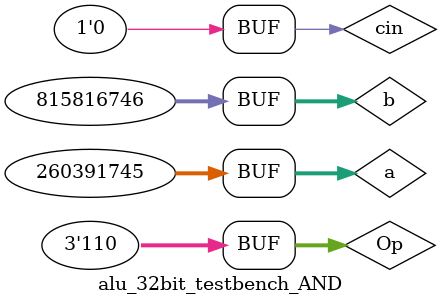
<source format=v>
`define DELAY 20
module alu_32bit_testbench_AND();


reg [31:0] a;
reg [31:0] b;
reg cin;
reg [2:0] Op;

wire [31:0] R;
wire cout, V, S;

/*
module alu_32bit(a, b, Aluop, cin, cout, R, S, V);
input [2:0] Aluop;
input [31:0] a;
input [31:0] b;
output [31:0] R;
input cin;
output cout ,S, V;
*/

alu_32bit myALU(a, b, Op, cin, cout, R, S, V);

initial begin


//AND
a = 32'b10101010101010101010101010101010; 
b = 32'b01010101010101010101010101010101; 
cin = 1'b0;
Op = 3'b110;
#`DELAY;


a = 32'b01010101010101010100000000000000; 
b = 32'b00000000101111111110101010101010; 
cin = 1'b0;
Op = 3'b110;
#`DELAY;

a = 32'b01010101010101010100001111000000; 
b = 32'b00000000101000000110101010101010; 
cin = 1'b0;
Op = 3'b110;
#`DELAY;

a = 32'b00111110000001010100001111011100; 
b = 32'b00001110101001100110000000101010; 
cin = 1'b0;
Op = 3'b110;
#`DELAY;

a = 32'b10000110000001010100001111000000; 
b = 32'b01110000101000000110000000101010; 
cin = 1'b0;
Op = 3'b110;
#`DELAY;

a = 32'b00001111100001010100001101000001; 
b = 32'b00110000101000000110000000101010; 
cin = 1'b0;
Op = 3'b110;
#`DELAY;

end


initial begin

$monitor("time = %2d, \na=%32b,\nb=%32b, \nR=%32b,\n cin =%1b, cout=%1b, Op%3b V=%1b S=%1b", $time, a, b, R, cin, cout, Op, V, S);

end



endmodule

</source>
